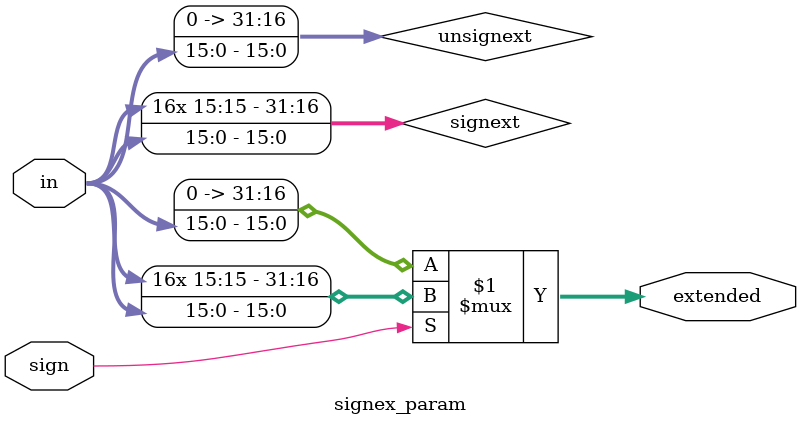
<source format=v>
`timescale 1ns / 1ps
module signex_param
	# (parameter EXTSIZE = 32,
		parameter CURSIZE = 16
		)
	(output [EXTSIZE-1:0] extended,
    input [CURSIZE-1:0] in,
	 input sign
    );
	 
	 wire [EXTSIZE-1:0] signext;
	 wire [EXTSIZE-1:0] unsignext;
	 
	 assign signext[EXTSIZE-1:0] = { {(EXTSIZE-CURSIZE){in[CURSIZE-1]}}, in[CURSIZE-1:0]};
	 
	 assign unsignext[EXTSIZE-1:0] = { {(EXTSIZE-CURSIZE){1'b0}}, in[CURSIZE-1:0]};
	 
	 assign extended = (sign)?(signext):(unsignext);
	 
endmodule

</source>
